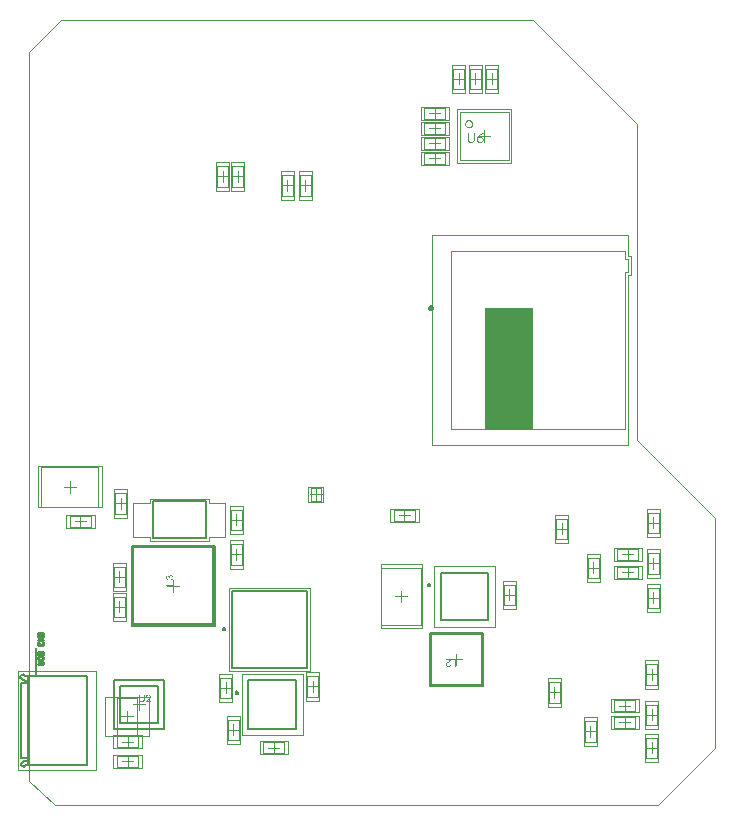
<source format=gko>
%FSTAX23Y23*%
%MOIN*%
%SFA1B1*%

%IPPOS*%
%ADD10C,0.009449*%
%ADD13C,0.007874*%
%ADD14C,0.005000*%
%ADD16C,0.004000*%
%ADD17C,0.003937*%
%ADD18C,0.010000*%
%ADD19C,0.001969*%
%LNsolears_v1-1*%
%LPD*%
G36*
X02677Y02253D02*
X02518D01*
Y02655*
X02677*
Y02253*
G37*
G36*
X01473Y01765D02*
X01473Y01765D01*
X01473Y01765*
X01474Y01765*
X01474Y01765*
X01475Y01764*
X01475Y01764*
X01476Y01764*
X01476Y01764*
X01477Y01763*
X01477Y01763*
X01478Y01763*
X01478Y01762*
X01478Y01762*
X01478Y01762*
X01478Y01762*
X01478Y01762*
X01478Y01762*
X01479Y01761*
X01479Y01761*
X01479Y0176*
X01479Y0176*
X01479Y01759*
X0148Y01759*
X0148Y01758*
X0148Y01758*
X0148Y01757*
X0148Y01756*
Y01756*
X0148Y01756*
X0148Y01756*
X0148Y01755*
X0148Y01755*
X0148Y01755*
X01479Y01754*
X01479Y01753*
X01479Y01752*
X01479Y01752*
X01478Y01751*
X01478Y01751*
X01478Y01751*
X01478Y01751*
X01478Y01751*
X01478Y01751*
X01477Y0175*
X01477Y0175*
X01477Y0175*
X01477Y0175*
X01476Y0175*
X01476Y01749*
X01475Y01749*
X01474Y01749*
X01473Y01749*
X01473Y01748*
X01472Y01752*
X01472*
X01473Y01752*
X01473Y01752*
X01473Y01752*
X01473Y01752*
X01473Y01752*
X01474Y01752*
X01475Y01752*
X01475Y01753*
X01476Y01753*
X01476Y01753*
X01476Y01753*
X01476Y01754*
X01477Y01754*
X01477Y01754*
X01477Y01755*
X01477Y01755*
X01477Y01756*
X01477Y01756*
Y01757*
X01477Y01757*
X01477Y01757*
X01477Y01758*
X01477Y01758*
X01477Y01759*
X01476Y0176*
X01476Y0176*
X01476Y0176*
X01476Y0176*
X01475Y01761*
X01475Y01761*
X01474Y01761*
X01474Y01761*
X01473Y01762*
X01472Y01762*
X01472*
X01472*
X01472*
X01472Y01762*
X01471Y01762*
X01471Y01761*
X0147Y01761*
X0147Y01761*
X01469Y01761*
X01469Y0176*
X01469Y0176*
X01468Y0176*
X01468Y0176*
X01468Y01759*
X01468Y01759*
X01467Y01758*
X01467Y01757*
X01467Y01757*
Y01756*
X01467Y01756*
X01467Y01756*
X01467Y01755*
X01467Y01755*
X01468Y01755*
X01465Y01755*
Y01755*
X01465Y01755*
Y01756*
X01465Y01756*
X01465Y01757*
X01465Y01757*
X01464Y01758*
X01464Y01758*
X01464Y01759*
Y01759*
X01464Y01759*
X01464Y01759*
X01463Y01759*
X01463Y0176*
X01463Y0176*
X01462Y0176*
X01461Y0176*
X01461Y01761*
X01461*
X01461*
X01461*
X0146*
X0146Y0176*
X0146Y0176*
X01459Y0176*
X01459Y0176*
X01458Y0176*
X01458Y01759*
X01458Y01759*
X01458Y01759*
X01458Y01759*
X01457Y01759*
X01457Y01758*
X01457Y01758*
X01457Y01757*
X01457Y01756*
Y01756*
X01457Y01756*
X01457Y01755*
X01457Y01755*
X01457Y01754*
X01458Y01754*
X01458Y01753*
X01458Y01753*
X01458Y01753*
X01458Y01753*
X01459Y01753*
X01459Y01753*
X0146Y01752*
X0146Y01752*
X01461Y01752*
X01461Y01749*
X01461*
X01461Y01749*
X0146Y01749*
X0146Y01749*
X0146Y01749*
X0146Y01749*
X01459Y01749*
X01458Y0175*
X01457Y0175*
X01457Y01751*
X01456Y01751*
X01456Y01751*
X01456Y01751*
X01456Y01752*
X01456Y01752*
X01456Y01752*
X01455Y01752*
X01455Y01752*
X01455Y01753*
X01455Y01753*
X01454Y01754*
X01454Y01755*
X01454Y01756*
Y01757*
X01454Y01757*
X01454Y01758*
X01454Y01758*
X01455Y01759*
X01455Y01759*
X01455Y0176*
Y0176*
X01455Y0176*
X01455Y0176*
X01455Y01761*
X01456Y01761*
X01456Y01762*
X01456Y01762*
X01457Y01762*
X01458Y01763*
X01458Y01763*
X01458Y01763*
X01458Y01763*
X01458Y01763*
X01459Y01763*
X0146Y01764*
X0146Y01764*
X01461Y01764*
X01461*
X01461*
X01461Y01764*
X01462Y01764*
X01462Y01763*
X01463Y01763*
X01463Y01763*
X01464Y01763*
X01464Y01763*
X01464Y01763*
X01464Y01762*
X01465Y01762*
X01465Y01762*
X01465Y01761*
X01466Y01761*
X01466Y0176*
Y0176*
X01466Y0176*
X01466Y0176*
X01466Y01761*
X01466Y01761*
X01466Y01761*
X01467Y01762*
X01467Y01763*
X01467Y01763*
X01468Y01764*
X01468Y01764*
X01468Y01764*
X01469Y01764*
X01469Y01764*
X0147Y01765*
X0147Y01765*
X01471Y01765*
X01472Y01765*
X01472*
X01472*
X01472*
X01473Y01765*
G37*
G36*
X0148Y0173D02*
X01454D01*
Y01733*
X01477*
Y01746*
X0148*
Y0173*
G37*
G36*
X02423Y01459D02*
X02419D01*
Y01482*
X02407*
Y01485*
X02423*
Y01459*
G37*
G36*
X02405Y01484D02*
Y01484D01*
Y01484*
X02405Y01484*
X02405Y01483*
X02405Y01483*
X02405Y01483*
X02404Y01482*
Y01482*
X02404Y01482*
X02404Y01482*
X02404Y01482*
X02404Y01481*
X02404Y01481*
X02403Y0148*
X02403Y0148*
X02402Y01479*
Y01479*
X02402Y01479*
X02402Y01479*
X02402Y01478*
X02401Y01478*
X02401Y01477*
X024Y01477*
X02399Y01476*
X02398Y01475*
X02398Y01475*
X02398Y01475*
X02398Y01475*
X02398Y01475*
X02397Y01474*
X02397Y01474*
X02397Y01474*
X02396Y01473*
X02395Y01472*
X02394Y01472*
X02394Y01471*
X02393Y01471*
X02393Y0147*
X02393Y0147*
Y0147*
X02393Y0147*
X02393Y0147*
X02393Y0147*
X02392Y01469*
X02392Y01469*
X02392Y01468*
X02392Y01467*
X02391Y01467*
X02391Y01466*
Y01466*
Y01466*
X02391Y01466*
X02391Y01465*
X02392Y01465*
X02392Y01465*
X02392Y01464*
X02392Y01464*
X02393Y01463*
X02393Y01463*
X02393Y01463*
X02393Y01463*
X02394Y01462*
X02394Y01462*
X02395Y01462*
X02395Y01462*
X02396Y01462*
X02396*
X02396Y01462*
X02397Y01462*
X02397Y01462*
X02398Y01462*
X02399Y01462*
X02399Y01463*
X024Y01463*
X024Y01463*
X024Y01463*
X024Y01464*
X024Y01464*
X02401Y01465*
X02401Y01465*
X02401Y01466*
X02401Y01467*
X02404Y01466*
Y01466*
X02404Y01466*
Y01466*
X02404Y01466*
X02404Y01466*
X02404Y01465*
X02404Y01465*
X02404Y01464*
X02404Y01464*
X02403Y01463*
X02403Y01462*
X02403Y01462*
X02402Y01461*
X02402Y01461*
X02402Y01461*
X02402Y01461*
X02402Y01461*
X02401Y01461*
X02401Y01461*
X02401Y01461*
X02401Y0146*
X024Y0146*
X024Y0146*
X02399Y0146*
X02399Y0146*
X02398Y01459*
X02398Y01459*
X02397Y01459*
X02397Y01459*
X02396Y01459*
X02396*
X02395Y01459*
X02395Y01459*
X02395Y01459*
X02394Y01459*
X02394Y01459*
X02393Y0146*
X02392Y0146*
X02392Y0146*
X02391Y01461*
X02391Y01461*
X0239Y01461*
X0239Y01461*
X0239Y01461*
X0239Y01461*
X0239Y01462*
X0239Y01462*
X0239Y01462*
X02389Y01462*
X02389Y01463*
X02389Y01463*
X02388Y01464*
X02388Y01465*
X02388Y01465*
X02388Y01466*
X02388Y01466*
Y01466*
Y01466*
X02388Y01467*
X02388Y01467*
X02388Y01468*
X02388Y01468*
X02389Y01469*
X02389Y01469*
X02389Y01469*
X02389Y01469*
X02389Y0147*
X02389Y0147*
X0239Y01471*
X0239Y01471*
X0239Y01472*
X02391Y01472*
X02391Y01472*
X02391Y01473*
X02391Y01473*
X02392Y01473*
X02392Y01473*
X02392Y01473*
X02392Y01474*
X02393Y01474*
X02393Y01474*
X02393Y01475*
X02394Y01475*
X02394Y01476*
X02395Y01476*
X02396Y01477*
X02396Y01477*
X02396Y01477*
X02396Y01477*
X02396Y01477*
X02396Y01477*
X02397Y01477*
X02397Y01478*
X02398Y01478*
X02398Y01479*
X02399Y0148*
X02399Y0148*
X02399Y0148*
X02399Y0148*
X02399Y0148*
X024Y0148*
X024Y0148*
X024Y01481*
X024Y01481*
X02401Y01482*
X02388*
Y01485*
X02405*
Y01484*
G37*
G36*
X01384Y01353D02*
Y01353D01*
Y01352*
Y01352*
Y01352*
X01384Y01352*
Y01351*
X01384Y01351*
X01384Y0135*
X01384Y01349*
X01384Y01348*
X01384Y01347*
X01384Y01347*
X01383Y01346*
Y01346*
X01383Y01346*
X01383Y01346*
X01383Y01346*
X01383Y01346*
X01383Y01345*
X01382Y01345*
X01382Y01344*
X01381Y01343*
X0138Y01343*
X0138*
X0138Y01343*
X0138Y01343*
X0138Y01343*
X0138Y01343*
X01379Y01342*
X01379Y01342*
X01379Y01342*
X01378Y01342*
X01378Y01342*
X01377Y01342*
X01377Y01342*
X01376Y01342*
X01376Y01342*
X01374Y01341*
X01374*
X01374Y01342*
X01374*
X01373Y01342*
X01373Y01342*
X01372Y01342*
X01371Y01342*
X01371Y01342*
X0137Y01342*
X01369Y01343*
X01369*
X01369Y01343*
X01368Y01343*
X01368Y01343*
X01368Y01343*
X01367Y01344*
X01367Y01344*
X01366Y01345*
X01366Y01345*
X01365Y01346*
Y01346*
X01365Y01346*
X01365Y01346*
X01365Y01347*
X01365Y01347*
X01365Y01347*
X01365Y01347*
X01365Y01348*
X01365Y01348*
X01365Y01349*
X01365Y01349*
X01365Y0135*
X01365Y0135*
X01365Y01351*
X01365Y01352*
Y01353*
Y01367*
X01368*
Y01353*
Y01353*
Y01352*
Y01352*
Y01352*
X01368Y01352*
Y01351*
X01368Y01351*
X01368Y0135*
X01368Y01349*
X01368Y01348*
X01368Y01348*
X01368Y01348*
X01368Y01348*
X01369Y01347*
X01369Y01347*
X01369Y01347*
X01369Y01346*
X0137Y01346*
X0137Y01346*
X01371Y01345*
X01371Y01345*
X01371Y01345*
X01371Y01345*
X01372Y01345*
X01372Y01345*
X01373Y01345*
X01373Y01345*
X01374Y01344*
X01375*
X01375Y01345*
X01375*
X01375Y01345*
X01376Y01345*
X01377Y01345*
X01378Y01345*
X01379Y01346*
X01379Y01346*
X01379Y01346*
X01379Y01346*
X01379Y01346*
X0138Y01346*
X0138Y01346*
X0138Y01347*
X0138Y01347*
X0138Y01347*
X0138Y01348*
X0138Y01348*
X0138Y01348*
X01381Y01349*
X01381Y0135*
X01381Y0135*
X01381Y01351*
X01381Y01352*
Y01353*
Y01367*
X01384*
Y01353*
G37*
G36*
X01398Y01367D02*
X01398Y01367D01*
X01398Y01367*
X01399Y01367*
X01399Y01367*
X014Y01367*
X01401Y01366*
X01401Y01366*
X01402Y01366*
X01402Y01366*
X01403Y01365*
X01403Y01365*
X01403Y01365*
X01403Y01365*
X01403Y01365*
X01403Y01365*
X01403Y01364*
X01404Y01364*
X01404Y01364*
X01404Y01363*
X01405Y01362*
X01405Y01362*
X01405Y01361*
X01405Y01361*
X01405Y0136*
Y0136*
Y0136*
X01405Y0136*
X01405Y01359*
X01405Y01359*
X01405Y01358*
X01404Y01358*
X01404Y01357*
X01404Y01357*
X01404Y01357*
X01404Y01357*
X01404Y01356*
X01403Y01356*
X01403Y01355*
X01403Y01355*
X01402Y01354*
X01402Y01354*
X01402Y01354*
X01402Y01354*
X01401Y01353*
X01401Y01353*
X01401Y01353*
X01401Y01353*
X014Y01352*
X014Y01352*
X014Y01352*
X01399Y01351*
X01399Y01351*
X01398Y0135*
X01397Y0135*
X01397Y0135*
X01397Y0135*
X01397Y0135*
X01397Y01349*
X01397Y01349*
X01396Y01349*
X01396Y01348*
X01395Y01348*
X01395Y01347*
X01394Y01347*
X01394Y01347*
X01394Y01347*
X01394Y01346*
X01394Y01346*
X01393Y01346*
X01393Y01346*
X01393Y01346*
X01393Y01346*
X01392Y01345*
X01405*
Y01342*
X01388*
Y01342*
Y01342*
Y01342*
X01388Y01343*
X01388Y01343*
X01388Y01343*
X01388Y01344*
X01389Y01344*
Y01344*
X01389Y01344*
X01389Y01344*
X01389Y01345*
X01389Y01345*
X01389Y01346*
X0139Y01346*
X0139Y01347*
X01391Y01347*
Y01347*
X01391Y01347*
X01391Y01348*
X01391Y01348*
X01392Y01349*
X01392Y01349*
X01393Y0135*
X01394Y0135*
X01395Y01351*
X01395Y01351*
X01395Y01351*
X01395Y01352*
X01395Y01352*
X01396Y01352*
X01396Y01352*
X01396Y01353*
X01397Y01353*
X01398Y01354*
X01399Y01355*
X01399Y01355*
X014Y01356*
X014Y01356*
X014Y01357*
Y01357*
X014Y01357*
X014Y01357*
X014Y01357*
X01401Y01357*
X01401Y01358*
X01401Y01358*
X01401Y01359*
X01402Y0136*
X01402Y0136*
Y0136*
Y0136*
X01402Y01361*
X01402Y01361*
X01401Y01361*
X01401Y01362*
X01401Y01362*
X01401Y01363*
X014Y01363*
X014Y01363*
X014Y01364*
X014Y01364*
X01399Y01364*
X01399Y01364*
X01398Y01364*
X01398Y01365*
X01397Y01365*
X01397*
X01396Y01365*
X01396Y01365*
X01396Y01364*
X01395Y01364*
X01394Y01364*
X01394Y01364*
X01393Y01363*
X01393Y01363*
X01393Y01363*
X01393Y01363*
X01393Y01362*
X01392Y01362*
X01392Y01361*
X01392Y0136*
X01392Y0136*
X01389Y0136*
Y0136*
X01389Y0136*
Y0136*
X01389Y01361*
X01389Y01361*
X01389Y01361*
X01389Y01362*
X01389Y01362*
X01389Y01363*
X0139Y01364*
X0139Y01364*
X0139Y01365*
X01391Y01365*
X01391Y01365*
X01391Y01365*
X01391Y01365*
X01391Y01366*
X01392Y01366*
X01392Y01366*
X01392Y01366*
X01392Y01366*
X01393Y01366*
X01393Y01366*
X01394Y01367*
X01394Y01367*
X01395Y01367*
X01395Y01367*
X01396Y01367*
X01396Y01367*
X01397Y01367*
X01397*
X01398Y01367*
G37*
G54D10*
X02342Y02657D02*
D01*
X02342Y02657*
X02342Y02657*
X02342Y02658*
X02342Y02658*
X02342Y02658*
X02342Y02659*
X02342Y02659*
X02341Y02659*
X02341Y02659*
X02341Y0266*
X02341Y0266*
X02341Y0266*
X0234Y0266*
X0234Y02661*
X0234Y02661*
X02339Y02661*
X02339Y02661*
X02339Y02661*
X02339Y02661*
X02338Y02661*
X02338Y02661*
X02338Y02661*
X02337*
X02337Y02661*
X02337Y02661*
X02336Y02661*
X02336Y02661*
X02336Y02661*
X02335Y02661*
X02335Y02661*
X02335Y02661*
X02334Y0266*
X02334Y0266*
X02334Y0266*
X02334Y0266*
X02334Y02659*
X02333Y02659*
X02333Y02659*
X02333Y02659*
X02333Y02658*
X02333Y02658*
X02333Y02658*
X02333Y02657*
X02333Y02657*
X02333Y02657*
X02333Y02656*
X02333Y02656*
X02333Y02656*
X02333Y02655*
X02333Y02655*
X02333Y02655*
X02333Y02654*
X02333Y02654*
X02334Y02654*
X02334Y02654*
X02334Y02653*
X02334Y02653*
X02334Y02653*
X02335Y02653*
X02335Y02653*
X02335Y02652*
X02336Y02652*
X02336Y02652*
X02336Y02652*
X02337Y02652*
X02337Y02652*
X02337Y02652*
X02338*
X02338Y02652*
X02338Y02652*
X02339Y02652*
X02339Y02652*
X02339Y02652*
X02339Y02652*
X0234Y02653*
X0234Y02653*
X0234Y02653*
X02341Y02653*
X02341Y02653*
X02341Y02654*
X02341Y02654*
X02341Y02654*
X02342Y02654*
X02342Y02655*
X02342Y02655*
X02342Y02655*
X02342Y02656*
X02342Y02656*
X02342Y02656*
X02342Y02657*
G54D13*
X01302Y01397D02*
X01427D01*
Y01272D02*
Y01397D01*
X01302Y01272D02*
X01427D01*
X01302D02*
Y01397D01*
X02338Y014D02*
X02507D01*
X02338D02*
Y01569D01*
X02507*
Y014D02*
Y01569D01*
X01346Y01601D02*
Y01859D01*
X01613*
Y01601D02*
Y01859D01*
X01346Y01601D02*
X01613D01*
X01282Y01417D02*
X01447D01*
Y01252D02*
Y01417D01*
X01282Y01252D02*
X01447D01*
X01282D02*
Y01417D01*
X02334Y01396D02*
X02511D01*
X02334D02*
Y01573D01*
X02511*
Y01396D02*
Y01573D01*
X01342Y01597D02*
Y01863D01*
X01617*
Y01597D02*
Y01863D01*
X01342Y01597D02*
X01617D01*
X01282Y01417D02*
X01447D01*
Y01252D02*
Y01417D01*
X01282Y01252D02*
X01447D01*
X01282D02*
Y01417D01*
X02334Y01396D02*
X02511D01*
X02334D02*
Y01573D01*
X02511*
Y01396D02*
Y01573D01*
X01342Y01597D02*
Y01863D01*
X01617*
Y01597D02*
Y01863D01*
X01342Y01597D02*
X01617D01*
X01652Y01585D02*
D01*
X01652Y01585*
X01652Y01585*
X01652Y01585*
X01652Y01586*
X01652Y01586*
X01652Y01586*
X01651Y01586*
X01651Y01587*
X01651Y01587*
X01651Y01587*
X01651Y01587*
X01651Y01587*
X0165Y01588*
X0165Y01588*
X0165Y01588*
X0165Y01588*
X01649Y01588*
X01649Y01588*
X01649Y01588*
X01649Y01588*
X01648Y01588*
X01648Y01588*
X01648*
X01648Y01588*
X01647Y01588*
X01647Y01588*
X01647Y01588*
X01646Y01588*
X01646Y01588*
X01646Y01588*
X01646Y01588*
X01646Y01588*
X01645Y01587*
X01645Y01587*
X01645Y01587*
X01645Y01587*
X01645Y01587*
X01644Y01586*
X01644Y01586*
X01644Y01586*
X01644Y01586*
X01644Y01585*
X01644Y01585*
X01644Y01585*
X01644Y01585*
X01644Y01584*
X01644Y01584*
X01644Y01584*
X01644Y01583*
X01644Y01583*
X01644Y01583*
X01644Y01583*
X01645Y01582*
X01645Y01582*
X01645Y01582*
X01645Y01582*
X01645Y01582*
X01646Y01581*
X01646Y01581*
X01646Y01581*
X01646Y01581*
X01646Y01581*
X01647Y01581*
X01647Y01581*
X01647Y01581*
X01648Y01581*
X01648Y01581*
X01648*
X01648Y01581*
X01649Y01581*
X01649Y01581*
X01649Y01581*
X01649Y01581*
X0165Y01581*
X0165Y01581*
X0165Y01581*
X0165Y01581*
X01651Y01582*
X01651Y01582*
X01651Y01582*
X01651Y01582*
X01651Y01582*
X01651Y01583*
X01652Y01583*
X01652Y01583*
X01652Y01583*
X01652Y01584*
X01652Y01584*
X01652Y01584*
X01652Y01585*
X02336Y01733D02*
D01*
X02336Y01733*
X02336Y01733*
X02336Y01734*
X02336Y01734*
X02336Y01734*
X02336Y01734*
X02336Y01735*
X02336Y01735*
X02336Y01735*
X02335Y01735*
X02335Y01736*
X02335Y01736*
X02335Y01736*
X02335Y01736*
X02334Y01736*
X02334Y01736*
X02334Y01737*
X02334Y01737*
X02333Y01737*
X02333Y01737*
X02333Y01737*
X02333Y01737*
X02332*
X02332Y01737*
X02332Y01737*
X02331Y01737*
X02331Y01737*
X02331Y01737*
X02331Y01736*
X0233Y01736*
X0233Y01736*
X0233Y01736*
X0233Y01736*
X0233Y01736*
X02329Y01735*
X02329Y01735*
X02329Y01735*
X02329Y01735*
X02329Y01734*
X02329Y01734*
X02329Y01734*
X02329Y01734*
X02328Y01733*
X02328Y01733*
X02328Y01733*
X02328Y01733*
X02328Y01732*
X02329Y01732*
X02329Y01732*
X02329Y01732*
X02329Y01731*
X02329Y01731*
X02329Y01731*
X02329Y01731*
X02329Y0173*
X0233Y0173*
X0233Y0173*
X0233Y0173*
X0233Y0173*
X0233Y01729*
X02331Y01729*
X02331Y01729*
X02331Y01729*
X02331Y01729*
X02332Y01729*
X02332Y01729*
X02332Y01729*
X02333*
X02333Y01729*
X02333Y01729*
X02333Y01729*
X02334Y01729*
X02334Y01729*
X02334Y01729*
X02334Y01729*
X02335Y0173*
X02335Y0173*
X02335Y0173*
X02335Y0173*
X02335Y0173*
X02336Y01731*
X02336Y01731*
X02336Y01731*
X02336Y01731*
X02336Y01732*
X02336Y01732*
X02336Y01732*
X02336Y01732*
X02336Y01733*
X02336Y01733*
X01696Y01374D02*
D01*
X01696Y01374*
X01695Y01374*
X01695Y01375*
X01695Y01375*
X01695Y01375*
X01695Y01375*
X01695Y01376*
X01695Y01376*
X01695Y01376*
X01695Y01376*
X01694Y01377*
X01694Y01377*
X01694Y01377*
X01694Y01377*
X01694Y01377*
X01693Y01377*
X01693Y01378*
X01693Y01378*
X01693Y01378*
X01692Y01378*
X01692Y01378*
X01692Y01378*
X01691*
X01691Y01378*
X01691Y01378*
X01691Y01378*
X0169Y01378*
X0169Y01378*
X0169Y01377*
X0169Y01377*
X01689Y01377*
X01689Y01377*
X01689Y01377*
X01689Y01377*
X01689Y01376*
X01688Y01376*
X01688Y01376*
X01688Y01376*
X01688Y01375*
X01688Y01375*
X01688Y01375*
X01688Y01375*
X01688Y01374*
X01688Y01374*
X01688Y01374*
X01688Y01374*
X01688Y01373*
X01688Y01373*
X01688Y01373*
X01688Y01373*
X01688Y01372*
X01688Y01372*
X01688Y01372*
X01688Y01372*
X01689Y01371*
X01689Y01371*
X01689Y01371*
X01689Y01371*
X01689Y01371*
X0169Y0137*
X0169Y0137*
X0169Y0137*
X0169Y0137*
X01691Y0137*
X01691Y0137*
X01691Y0137*
X01691Y0137*
X01692*
X01692Y0137*
X01692Y0137*
X01693Y0137*
X01693Y0137*
X01693Y0137*
X01693Y0137*
X01694Y0137*
X01694Y01371*
X01694Y01371*
X01694Y01371*
X01694Y01371*
X01695Y01371*
X01695Y01372*
X01695Y01372*
X01695Y01372*
X01695Y01372*
X01695Y01373*
X01695Y01373*
X01695Y01373*
X01695Y01373*
X01696Y01374*
X01696Y01374*
G54D14*
X00997Y01131D02*
D01*
X00996Y01131*
X00995Y01132*
X00994Y01132*
X00993Y01132*
X00993Y01132*
X00992Y01132*
X00991Y01132*
X0099Y01132*
X00989Y01132*
X00989Y01132*
X00988Y01132*
X00987Y01132*
X00986Y01131*
X00986Y01131*
X00985Y0113*
X00984Y0113*
X00984Y01129*
X00983Y01129*
X00982Y01128*
X00982Y01128*
X00981Y01127*
X00981Y01126*
X00981Y01126*
X00993Y01147D02*
D01*
X00991Y01147*
X0099Y01147*
X00989Y01147*
X00988Y01147*
X00986Y01147*
X00985Y01147*
X00984Y01147*
X00983Y01146*
X00982Y01146*
X0098Y01145*
X00979Y01145*
X00978Y01144*
X00977Y01143*
X00976Y01142*
X00975Y01141*
X00975Y01141*
X00974Y0114*
X00973Y01138*
X00972Y01137*
X00972Y01136*
X00971Y01135*
X00971Y01134*
X00971Y01133*
X00981Y01435D02*
D01*
X00981Y01435*
X00982Y01434*
X00982Y01433*
X00983Y01433*
X00983Y01432*
X00984Y01432*
X00984Y01431*
X00985Y01431*
X00986Y0143*
X00987Y0143*
X00987Y0143*
X00988Y01429*
X00989Y01429*
X0099Y01429*
X00991Y01429*
X00991Y01429*
X00992Y01429*
X00993Y01429*
X00994Y01429*
X00995Y0143*
X00995Y0143*
X00996Y0143*
X00997Y0143*
X00969Y01428D02*
D01*
X00969Y01427*
X0097Y01426*
X0097Y01424*
X00971Y01423*
X00972Y01422*
X00973Y01421*
X00974Y0142*
X00974Y01419*
X00975Y01418*
X00977Y01417*
X00978Y01417*
X00979Y01416*
X0098Y01415*
X00981Y01415*
X00983Y01415*
X00984Y01414*
X00985Y01414*
X00987Y01414*
X00988Y01414*
X00989Y01414*
X00991Y01414*
X00992Y01414*
X00993Y01415*
X01193Y01131D02*
Y0143D01*
X01022D02*
X01193D01*
X00995D02*
X01022D01*
X00995Y01131D02*
Y0143D01*
Y01131D02*
X00997D01*
X01193*
X00971Y01133D02*
X00981Y01126D01*
X00971Y01155D02*
X00993D01*
X00971D02*
Y01407D01*
X00993*
X00969Y01428D02*
X00981Y01435D01*
X01022Y0143D02*
Y01523D01*
X01674Y01714D02*
X01925D01*
Y01455D02*
Y01714D01*
X01674Y01455D02*
X01925D01*
X01674D02*
Y01714D01*
X02371Y01616D02*
Y01773D01*
X02528Y01616D02*
Y01773D01*
X02371D02*
X02528D01*
X02371Y01616D02*
X02528D01*
X01411Y02011D02*
X01588D01*
Y01888D02*
Y02011D01*
X01411Y01888D02*
X01588D01*
X01411D02*
Y02011D01*
X01729Y01254D02*
Y01415D01*
X0189Y01254D02*
Y01415D01*
X01729D02*
X0189D01*
X01729Y01254D02*
X0189D01*
G54D16*
X02461Y0324D02*
Y03215D01*
X02466Y0321*
X02476*
X02481Y03215*
Y0324*
X02511D02*
X02501Y03235D01*
X02491Y03225*
Y03215*
X02496Y0321*
X02506*
X02511Y03215*
Y0322*
X02506Y03225*
X02491*
G54D17*
X01Y0108D02*
Y0351D01*
X01105Y03615*
X0268*
X0291Y03385*
X0299Y03305*
X03025Y0327*
Y02215D02*
Y0327D01*
Y02215D02*
X03285Y01955D01*
Y0119D02*
Y01955D01*
X03095Y01D02*
X03285Y0119D01*
X01085Y01D02*
X03095D01*
X01Y0108D02*
X01085Y01D01*
X02476Y0327D02*
D01*
X02476Y0327*
X02476Y03271*
X02476Y03272*
X02475Y03273*
X02475Y03274*
X02475Y03274*
X02474Y03275*
X02474Y03276*
X02474Y03276*
X02473Y03277*
X02473Y03278*
X02472Y03278*
X02471Y03279*
X02471Y03279*
X0247Y0328*
X02469Y0328*
X02468Y0328*
X02468Y03281*
X02467Y03281*
X02466Y03281*
X02465Y03281*
X02464Y03281*
X02464*
X02463Y03281*
X02462Y03281*
X02461Y03281*
X0246Y03281*
X0246Y0328*
X02459Y0328*
X02458Y0328*
X02457Y03279*
X02457Y03279*
X02456Y03278*
X02456Y03278*
X02455Y03277*
X02454Y03276*
X02454Y03276*
X02454Y03275*
X02453Y03274*
X02453Y03274*
X02453Y03273*
X02452Y03272*
X02452Y03271*
X02452Y0327*
X02452Y0327*
X02452Y03269*
X02452Y03268*
X02452Y03267*
X02453Y03266*
X02453Y03265*
X02453Y03265*
X02454Y03264*
X02454Y03263*
X02454Y03263*
X02455Y03262*
X02456Y03261*
X02456Y03261*
X02457Y0326*
X02457Y0326*
X02458Y03259*
X02459Y03259*
X0246Y03259*
X0246Y03258*
X02461Y03258*
X02462Y03258*
X02463Y03258*
X02464Y03258*
X02464*
X02465Y03258*
X02466Y03258*
X02467Y03258*
X02468Y03258*
X02468Y03259*
X02469Y03259*
X0247Y03259*
X02471Y0326*
X02471Y0326*
X02472Y03261*
X02473Y03261*
X02473Y03262*
X02474Y03263*
X02474Y03263*
X02474Y03264*
X02475Y03265*
X02475Y03265*
X02475Y03266*
X02476Y03267*
X02476Y03268*
X02476Y03269*
X02476Y0327*
X0104Y02126D02*
X01229D01*
X0104Y01993D02*
X01229D01*
X0104D02*
Y02126D01*
X01229Y01993D02*
Y02126D01*
X02861Y01824D02*
X02898D01*
X02861Y01755D02*
X02898D01*
Y01824*
X02861Y01755D02*
Y01824D01*
X02215Y01946D02*
Y01983D01*
X02284Y01946D02*
Y01983D01*
X02215D02*
X02284D01*
X02215Y01946D02*
X02284D01*
X03061Y01724D02*
X03098D01*
X03061Y01655D02*
X03098D01*
Y01724*
X03061Y01655D02*
Y01724D01*
Y01839D02*
X03098D01*
X03061Y0177D02*
X03098D01*
Y01839*
X03061Y0177D02*
Y01839D01*
Y01974D02*
X03098D01*
X03061Y01905D02*
X03098D01*
Y01974*
X03061Y01905D02*
Y01974D01*
X02756Y01954D02*
X02793D01*
X02756Y01885D02*
X02793D01*
Y01954*
X02756Y01885D02*
Y01954D01*
X0296Y01756D02*
Y01793D01*
X03029Y01756D02*
Y01793D01*
X0296D02*
X03029D01*
X0296Y01756D02*
X03029D01*
X0296Y01816D02*
Y01853D01*
X03029Y01816D02*
Y01853D01*
X0296D02*
X03029D01*
X0296Y01816D02*
X03029D01*
X02851Y01279D02*
X02888D01*
X02851Y0121D02*
X02888D01*
Y01279*
X02851Y0121D02*
Y01279D01*
X03056Y01469D02*
X03093D01*
X03056Y014D02*
X03093D01*
Y01469*
X03056Y014D02*
Y01469D01*
X02731Y01409D02*
X02768D01*
X02731Y0134D02*
X02768D01*
Y01409*
X02731Y0134D02*
Y01409D01*
X0295Y01256D02*
Y01293D01*
X03019Y01256D02*
Y01293D01*
X0295D02*
X03019D01*
X0295Y01256D02*
X03019D01*
X0295Y01311D02*
Y01348D01*
X03019Y01311D02*
Y01348D01*
X0295D02*
X03019D01*
X0295Y01311D02*
X03019D01*
X03056Y01334D02*
X03093D01*
X03056Y01265D02*
X03093D01*
Y01334*
X03056Y01265D02*
Y01334D01*
Y01224D02*
X03093D01*
X03056Y01155D02*
X03093D01*
Y01224*
X03056Y01155D02*
Y01224D01*
X01204Y01926D02*
Y01963D01*
X01135Y01926D02*
Y01963D01*
Y01926D02*
X01204D01*
X01135Y01963D02*
X01204D01*
X01676Y03129D02*
X01713D01*
X01676Y0306D02*
X01713D01*
Y03129*
X01676Y0306D02*
Y03129D01*
X01626D02*
X01663D01*
X01626Y0306D02*
X01663D01*
Y03129*
X01626Y0306D02*
Y03129D01*
X01901Y03099D02*
X01938D01*
X01901Y0303D02*
X01938D01*
Y03099*
X01901Y0303D02*
Y03099D01*
X01841D02*
X01878D01*
X01841Y0303D02*
X01878D01*
Y03099*
X01841Y0303D02*
Y03099D01*
X02986Y02253D02*
Y02775D01*
X02405Y02253D02*
X02986D01*
X02405D02*
Y02846D01*
X02986Y02775D02*
X02996D01*
Y02818*
X02986D02*
X02996D01*
X02986D02*
Y02846D01*
X02405D02*
X02986D01*
X02435Y03149D02*
Y0331D01*
X02597Y03149D02*
Y0331D01*
X02435D02*
X02597D01*
X02435Y03149D02*
X02597D01*
X02385Y03236D02*
Y03273D01*
X02316Y03236D02*
Y03273D01*
Y03236D02*
X02385D01*
X02316Y03273D02*
X02385D01*
Y03286D02*
Y03323D01*
X02316Y03286D02*
Y03323D01*
Y03286D02*
X02385D01*
X02316Y03323D02*
X02385D01*
Y03186D02*
Y03223D01*
X02316Y03186D02*
Y03223D01*
Y03186D02*
X02385D01*
X02316Y03223D02*
X02385D01*
Y03136D02*
Y03173D01*
X02316Y03136D02*
Y03173D01*
Y03136D02*
X02385D01*
X02316Y03173D02*
X02385D01*
X02412Y03454D02*
X0245D01*
X02412Y03385D02*
X0245D01*
Y03454*
X02412Y03385D02*
Y03454D01*
X02522D02*
X0256D01*
X02522Y03385D02*
X0256D01*
Y03454*
X02522Y03385D02*
Y03454D01*
X02467D02*
X02505D01*
X02467Y03385D02*
X02505D01*
Y03454*
X02467Y03385D02*
Y03454D01*
X01971Y02014D02*
Y02055D01*
X01938Y02014D02*
Y02055D01*
Y02014D02*
X01971D01*
X01938Y02055D02*
X01971D01*
X01291Y01356D02*
X01358D01*
X01291Y01233D02*
X01358D01*
Y01356*
X01291Y01233D02*
Y01356D01*
X01293Y01191D02*
Y01228D01*
X01362Y01191D02*
Y01228D01*
X01293D02*
X01362D01*
X01293Y01191D02*
X01362D01*
X01293Y01126D02*
Y01163D01*
X01362Y01126D02*
Y01163D01*
X01293D02*
X01362D01*
X01293Y01126D02*
X01362D01*
X02306Y016D02*
Y01789D01*
X02173Y016D02*
Y01789D01*
X02306*
X02173Y016D02*
X02306D01*
X01281Y01625D02*
X01318D01*
X01281Y01694D02*
X01318D01*
X01281Y01625D02*
Y01694D01*
X01318Y01625D02*
Y01694D01*
X01281Y01725D02*
X01318D01*
X01281Y01794D02*
X01318D01*
X01281Y01725D02*
Y01794D01*
X01318Y01725D02*
Y01794D01*
X01671Y01915D02*
X01708D01*
X01671Y01984D02*
X01708D01*
X01671Y01915D02*
Y01984D01*
X01708Y01915D02*
Y01984D01*
X01671Y018D02*
X01708D01*
X01671Y01869D02*
X01708D01*
X01671Y018D02*
Y01869D01*
X01708Y018D02*
Y01869D01*
X01286Y0197D02*
X01323D01*
X01286Y02039D02*
X01323D01*
X01286Y0197D02*
Y02039D01*
X01323Y0197D02*
Y02039D01*
X01926Y01429D02*
X01963D01*
X01926Y0136D02*
X01963D01*
Y01429*
X01926Y0136D02*
Y01429D01*
X01661Y01215D02*
X01698D01*
X01661Y01284D02*
X01698D01*
X01661Y01215D02*
Y01284D01*
X01698Y01215D02*
Y01284D01*
X01636Y01424D02*
X01673D01*
X01636Y01355D02*
X01673D01*
Y01424*
X01636Y01355D02*
Y01424D01*
X01849Y01171D02*
Y01208D01*
X0178Y01171D02*
Y01208D01*
Y01171D02*
X01849D01*
X0178Y01208D02*
X01849D01*
X02581Y01734D02*
X02618D01*
X02581Y01665D02*
X02618D01*
Y01734*
X02581Y01665D02*
Y01734D01*
X01135Y0204D02*
Y02079D01*
X01115Y0206D02*
X01154D01*
X01028Y02128D02*
X01241D01*
X01028Y01991D02*
X01241D01*
X01028D02*
Y02128D01*
X01241Y01991D02*
Y02128D01*
X02858Y01837D02*
X02901D01*
X02858Y01742D02*
X02901D01*
Y01837*
X02858Y01742D02*
Y01837D01*
X0288Y01771D02*
Y01808D01*
X02861Y0179D02*
X02898D01*
X02202Y01943D02*
Y01986D01*
X02297Y01943D02*
Y01986D01*
X02202D02*
X02297D01*
X02202Y01943D02*
X02297D01*
X02231Y01965D02*
X02268D01*
X0225Y01946D02*
Y01983D01*
X03058Y01737D02*
X03101D01*
X03058Y01642D02*
X03101D01*
Y01737*
X03058Y01642D02*
Y01737D01*
X0308Y01671D02*
Y01708D01*
X03061Y0169D02*
X03098D01*
X03058Y01852D02*
X03101D01*
X03058Y01757D02*
X03101D01*
Y01852*
X03058Y01757D02*
Y01852D01*
X0308Y01786D02*
Y01823D01*
X03061Y01805D02*
X03098D01*
X03058Y01987D02*
X03101D01*
X03058Y01892D02*
X03101D01*
Y01987*
X03058Y01892D02*
Y01987D01*
X0308Y01921D02*
Y01958D01*
X03061Y0194D02*
X03098D01*
X02753Y01967D02*
X02796D01*
X02753Y01872D02*
X02796D01*
Y01967*
X02753Y01872D02*
Y01967D01*
X02775Y01901D02*
Y01938D01*
X02756Y0192D02*
X02793D01*
X02947Y01753D02*
Y01796D01*
X03042Y01753D02*
Y01796D01*
X02947D02*
X03042D01*
X02947Y01753D02*
X03042D01*
X02976Y01775D02*
X03013D01*
X02995Y01756D02*
Y01793D01*
X02947Y01813D02*
Y01856D01*
X03042Y01813D02*
Y01856D01*
X02947D02*
X03042D01*
X02947Y01813D02*
X03042D01*
X02976Y01835D02*
X03013D01*
X02995Y01816D02*
Y01853D01*
X02848Y01292D02*
X02891D01*
X02848Y01197D02*
X02891D01*
Y01292*
X02848Y01197D02*
Y01292D01*
X0287Y01226D02*
Y01263D01*
X02851Y01245D02*
X02888D01*
X03053Y01482D02*
X03096D01*
X03053Y01387D02*
X03096D01*
Y01482*
X03053Y01387D02*
Y01482D01*
X03075Y01416D02*
Y01453D01*
X03056Y01435D02*
X03093D01*
X02728Y01422D02*
X02771D01*
X02728Y01327D02*
X02771D01*
Y01422*
X02728Y01327D02*
Y01422D01*
X0275Y01356D02*
Y01393D01*
X02731Y01375D02*
X02768D01*
X02937Y01253D02*
Y01296D01*
X03032Y01253D02*
Y01296D01*
X02937D02*
X03032D01*
X02937Y01253D02*
X03032D01*
X02966Y01275D02*
X03003D01*
X02985Y01256D02*
Y01293D01*
X02937Y01308D02*
Y01351D01*
X03032Y01308D02*
Y01351D01*
X02937D02*
X03032D01*
X02937Y01308D02*
X03032D01*
X02966Y0133D02*
X03003D01*
X02985Y01311D02*
Y01348D01*
X03053Y01347D02*
X03096D01*
X03053Y01252D02*
X03096D01*
Y01347*
X03053Y01252D02*
Y01347D01*
X03075Y01281D02*
Y01318D01*
X03056Y013D02*
X03093D01*
X03053Y01237D02*
X03096D01*
X03053Y01142D02*
X03096D01*
Y01237*
X03053Y01142D02*
Y01237D01*
X03075Y01171D02*
Y01208D01*
X03056Y0119D02*
X03093D01*
X01217Y01923D02*
Y01966D01*
X01122Y01923D02*
Y01966D01*
Y01923D02*
X01217D01*
X01122Y01966D02*
X01217D01*
X01151Y01945D02*
X01188D01*
X0117Y01926D02*
Y01963D01*
X01673Y03142D02*
X01716D01*
X01673Y03047D02*
X01716D01*
Y03142*
X01673Y03047D02*
Y03142D01*
X01695Y03076D02*
Y03113D01*
X01676Y03095D02*
X01713D01*
X01623Y03142D02*
X01666D01*
X01623Y03047D02*
X01666D01*
Y03142*
X01623Y03047D02*
Y03142D01*
X01645Y03076D02*
Y03113D01*
X01626Y03095D02*
X01663D01*
X01898Y03112D02*
X01941D01*
X01898Y03017D02*
X01941D01*
Y03112*
X01898Y03017D02*
Y03112D01*
X0192Y03046D02*
Y03083D01*
X01901Y03065D02*
X01938D01*
X01838Y03112D02*
X01881D01*
X01838Y03017D02*
X01881D01*
Y03112*
X01838Y03017D02*
Y03112D01*
X0186Y03046D02*
Y03083D01*
X01841Y03065D02*
X01878D01*
X02496Y0323D02*
X02536D01*
X02516Y0321D02*
Y03249D01*
X02398Y03233D02*
Y03276D01*
X02304Y03233D02*
Y03276D01*
Y03233D02*
X02398D01*
X02304Y03276D02*
X02398D01*
X02332Y03255D02*
X0237D01*
X02351Y03236D02*
Y03273D01*
X02398Y03283D02*
Y03326D01*
X02304Y03283D02*
Y03326D01*
Y03283D02*
X02398D01*
X02304Y03326D02*
X02398D01*
X02332Y03305D02*
X0237D01*
X02351Y03286D02*
Y03323D01*
X02398Y03183D02*
Y03226D01*
X02304Y03183D02*
Y03226D01*
Y03183D02*
X02398D01*
X02304Y03226D02*
X02398D01*
X02332Y03205D02*
X0237D01*
X02351Y03186D02*
Y03223D01*
X02398Y03133D02*
Y03176D01*
X02304Y03133D02*
Y03176D01*
Y03133D02*
X02398D01*
X02304Y03176D02*
X02398D01*
X02332Y03155D02*
X0237D01*
X02351Y03136D02*
Y03173D01*
X02409Y03467D02*
X02452D01*
X02409Y03372D02*
X02452D01*
Y03467*
X02409Y03372D02*
Y03467D01*
X02431Y03401D02*
Y03438D01*
X02412Y0342D02*
X0245D01*
X02519Y03467D02*
X02562D01*
X02519Y03372D02*
X02562D01*
Y03467*
X02519Y03372D02*
Y03467D01*
X02541Y03401D02*
Y03438D01*
X02522Y0342D02*
X0256D01*
X02464Y03467D02*
X02507D01*
X02464Y03372D02*
X02507D01*
Y03467*
X02464Y03372D02*
Y03467D01*
X02486Y03401D02*
Y03438D01*
X02467Y0342D02*
X02505D01*
X01935Y02035D02*
X01974D01*
X01955Y02015D02*
Y02054D01*
X01325Y01275D02*
Y01314D01*
X01305Y01295D02*
X01344D01*
X0128Y01188D02*
Y01231D01*
X01374Y01188D02*
Y01231D01*
X0128D02*
X01374D01*
X0128Y01188D02*
X01374D01*
X01308Y0121D02*
X01346D01*
X01327Y01191D02*
Y01228D01*
X0128Y01123D02*
Y01166D01*
X01374Y01123D02*
Y01166D01*
X0128D02*
X01374D01*
X0128Y01123D02*
X01374D01*
X01308Y01145D02*
X01346D01*
X01327Y01126D02*
Y01163D01*
X0222Y01695D02*
X02259D01*
X0224Y01675D02*
Y01714D01*
X02308Y01588D02*
Y01801D01*
X02171Y01588D02*
Y01801D01*
X02308*
X02171Y01588D02*
X02308D01*
X01278Y01612D02*
X01321D01*
X01278Y01707D02*
X01321D01*
X01278Y01612D02*
Y01707D01*
X01321Y01612D02*
Y01707D01*
X013Y01641D02*
Y01678D01*
X01281Y0166D02*
X01318D01*
X01278Y01712D02*
X01321D01*
X01278Y01807D02*
X01321D01*
X01278Y01712D02*
Y01807D01*
X01321Y01712D02*
Y01807D01*
X013Y01741D02*
Y01778D01*
X01281Y0176D02*
X01318D01*
X01668Y01902D02*
X01711D01*
X01668Y01997D02*
X01711D01*
X01668Y01902D02*
Y01997D01*
X01711Y01902D02*
Y01997D01*
X0169Y01931D02*
Y01968D01*
X01671Y0195D02*
X01708D01*
X01668Y01787D02*
X01711D01*
X01668Y01882D02*
X01711D01*
X01668Y01787D02*
Y01882D01*
X01711Y01787D02*
Y01882D01*
X0169Y01816D02*
Y01853D01*
X01671Y01835D02*
X01708D01*
X01283Y01957D02*
X01326D01*
X01283Y02052D02*
X01326D01*
X01283Y01957D02*
Y02052D01*
X01326Y01957D02*
Y02052D01*
X01305Y01986D02*
Y02023D01*
X01286Y02005D02*
X01323D01*
X01923Y01442D02*
X01966D01*
X01923Y01347D02*
X01966D01*
Y01442*
X01923Y01347D02*
Y01442D01*
X01945Y01376D02*
Y01413D01*
X01926Y01395D02*
X01963D01*
X01658Y01202D02*
X01701D01*
X01658Y01297D02*
X01701D01*
X01658Y01202D02*
Y01297D01*
X01701Y01202D02*
Y01297D01*
X0168Y01231D02*
Y01268D01*
X01661Y0125D02*
X01698D01*
X01633Y01437D02*
X01676D01*
X01633Y01342D02*
X01676D01*
Y01437*
X01633Y01342D02*
Y01437D01*
X01655Y01371D02*
Y01408D01*
X01636Y0139D02*
X01673D01*
X01862Y01168D02*
Y01211D01*
X01767Y01168D02*
Y01211D01*
Y01168D02*
X01862D01*
X01767Y01211D02*
X01862D01*
X01796Y0119D02*
X01833D01*
X01815Y01171D02*
Y01208D01*
X02578Y01747D02*
X02621D01*
X02578Y01652D02*
X02621D01*
Y01747*
X02578Y01652D02*
Y01747D01*
X026Y01681D02*
Y01718D01*
X02581Y017D02*
X02618D01*
X01345Y01335D02*
X01384D01*
X01365Y01315D02*
Y01354D01*
X02403Y01485D02*
X02443D01*
X02423Y01465D02*
Y01504D01*
X0148Y0171D02*
Y0175D01*
X0146Y0173D02*
X01499D01*
G54D18*
X01028Y01468D02*
X01044D01*
Y01476*
X01041Y01478*
X01036*
X01033Y01476*
Y01468*
X01041Y01494D02*
X01044Y01492D01*
Y01486*
X01041Y01484*
X01031*
X01028Y01486*
Y01492*
X01031Y01494*
X01044Y015D02*
X01028D01*
Y01508*
X01031Y0151*
X01033*
X01036Y01508*
Y015*
Y01508*
X01039Y0151*
X01041*
X01044Y01508*
Y015*
Y01542D02*
Y01532D01*
X01028*
Y01542*
X01036Y01532D02*
Y01537D01*
X01028Y01548D02*
X01044D01*
X01028Y01558*
X01044*
Y01564D02*
X01028D01*
Y01572*
X01031Y01574*
X01041*
X01044Y01572*
Y01564*
G54D19*
X02342Y022D02*
Y02899D01*
X02996*
X02342Y022D02*
X02996D01*
Y02765*
X03006*
Y02828*
X02996D02*
X03006D01*
X02996D02*
Y02899D01*
X02425Y03139D02*
Y0332D01*
Y03139D02*
X02606D01*
Y0332*
X02425D02*
X02606D01*
X0198Y02009D02*
Y0206D01*
X01929Y02009D02*
Y0206D01*
Y02009D02*
X0198D01*
X01929Y0206D02*
X0198D01*
X01252Y01359D02*
X01397D01*
X01252Y0123D02*
X01397D01*
Y01359*
X01252Y0123D02*
Y01359D01*
X00961Y01115D02*
X01221D01*
X00961D02*
Y01446D01*
X01221*
Y01115D02*
Y01446D01*
X01664Y01446D02*
Y01723D01*
Y01446D02*
X01935D01*
Y01723*
X01664D02*
X01935D01*
X02552Y01592D02*
Y01797D01*
X02347Y01592D02*
Y01797D01*
X02552*
X02347Y01592D02*
X02552D01*
X01346Y01893D02*
Y02006D01*
Y01893D02*
X01401D01*
Y01879D02*
Y01893D01*
Y01879D02*
X01598D01*
Y01893*
X01653*
Y02006*
X01598D02*
X01653D01*
X01598D02*
Y0202D01*
X01401D02*
X01598D01*
X01401Y02006D02*
Y0202D01*
X01346Y02006D02*
X01401D01*
X01912Y01232D02*
Y01437D01*
X01707Y01232D02*
Y01437D01*
X01912*
X01707Y01232D02*
X01912D01*
M02*
</source>
